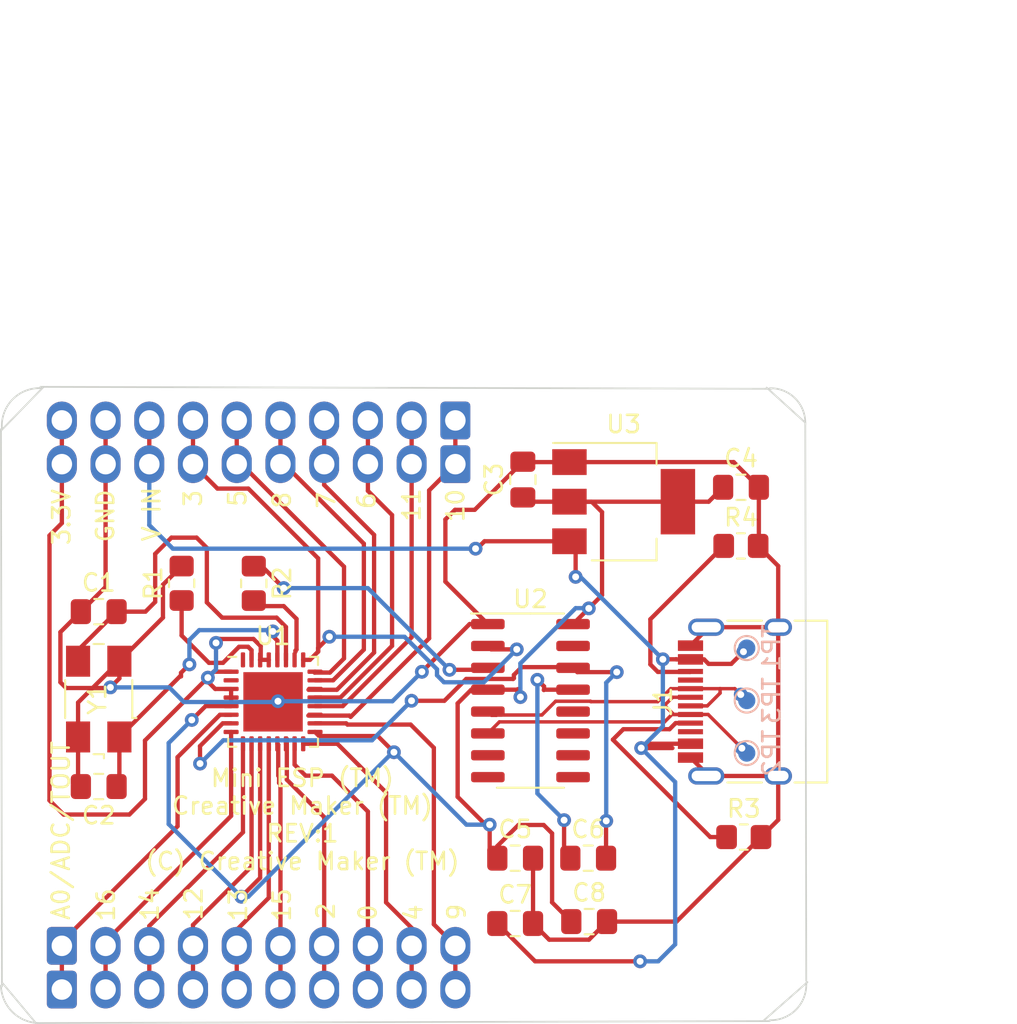
<source format=kicad_pcb>
(kicad_pcb (version 20211014) (generator pcbnew)
  (layers (0 "F.Cu" signal) (31 "B.Cu" signal) (34 "B.Paste" user) (35 "F.Paste" user) (36 "B.SilkS" user "B.Silkscreen") (37 "F.SilkS" user "F.Silkscreen") (38 "B.Mask" user) (39 "F.Mask" user) (44 "Edge.Cuts" user))
  (net 0 "")
  (net 1 "GND")
  (net 2 "Net-(C1-Pad2)")
  (net 3 "Net-(C2-Pad1)")
  (net 4 "+3.3V")
  (net 5 "Net-(C6-Pad1)")
  (net 6 "7")
  (net 7 "Net-(C7-Pad1)")
  (net 8 "Net-(J1-PadA5)")
  (net 9 "D+")
  (net 10 "D-")
  (net 12 "Net-(J1-PadB5)")
  (net 14 "6")
  (net 15 "8")
  (net 16 "9")
  (net 17 "10")
  (net 18 "12")
  (net 19 "13")
  (net 20 "14")
  (net 21 "15")
  (net 22 "16")
  (net 23 "18")
  (net 24 "19")
  (net 25 "20")
  (net 26 "21")
  (net 27 "22")
  (net 28 "23")
  (net 29 "24")
  (net 30 "25")
  (net 31 "Net-(R1-Pad1)")
  (net 32 "Net-(R2-Pad1)")
  (net 33 "26")
  (net 35 "32")
  (footprint "Capacitor_SMD:C_0805_2012Metric_Pad1.18x1.45mm_HandSolder" (layer "F.Cu") (at 144.933 97.653)
    (fp_text reference "C8")
    (fp_text value "100nf")
  )
  (footprint "Capacitor_SMD:C_0805_2012Metric_Pad1.18x1.45mm_HandSolder" (layer "F.Cu") (at 153.753 72.423)
    (fp_text reference "C4")
    (fp_text value "0.1p")
  )
  (footprint "Connector_Molex:Molex_KK-254_AE-6410-10A_1x10_P2.54mm_Vertical" (layer "F.Cu") (at 137.16 71.08 180)
    (fp_text reference "J5" hide)
    (fp_text value "Conn_01x10_Male" hide)
  )
  (footprint "Connector_USB:USB_C_Receptacle_HRO_TYPE-C-31-M-12" (layer "F.Cu") (at 154.865 84.872 90)
    (fp_text reference "J1")
    (fp_text value "USB_C_Receptacle_USB2.0")
  )
  (footprint "Capacitor_SMD:C_0805_2012Metric_Pad1.18x1.45mm_HandSolder" (layer "F.Cu") (at 144.877 93.968)
    (fp_text reference "C6")
    (fp_text value "C_Small")
  )
  (footprint "Capacitor_SMD:C_0805_2012Metric_Pad1.18x1.45mm_HandSolder" (layer "F.Cu") (at 116.442 79.647)
    (fp_text reference "C1")
    (fp_text value "10pf")
  )
  (footprint "Capacitor_SMD:C_0805_2012Metric_Pad1.18x1.45mm_HandSolder" (layer "F.Cu") (at 116.442 89.807 180)
    (fp_text reference "C2")
    (fp_text value "10pf")
  )
  (footprint "Capacitor_SMD:C_0805_2012Metric_Pad1.18x1.45mm_HandSolder" (layer "F.Cu") (at 141.081 71.974 90)
    (fp_text reference "C3")
    (fp_text value "1p")
  )
  (footprint "Resistor_SMD:R_0805_2012Metric_Pad1.20x1.40mm_HandSolder" (layer "F.Cu") (at 121.258 78 90)
    (fp_text reference "R1")
    (fp_text value "12k")
  )
  (footprint "Capacitor_SMD:C_0805_2012Metric_Pad1.18x1.45mm_HandSolder" (layer "F.Cu") (at 140.635 93.968)
    (fp_text reference "C5")
    (fp_text value "0.1p")
  )
  (footprint "Package_TO_SOT_SMD:SOT-223-3_TabPin2" (layer "F.Cu") (at 146.938 73.26)
    (fp_text reference "U3")
    (fp_text value "AZ1117-3.3")
  )
  (footprint "Resistor_SMD:R_0805_2012Metric_Pad1.20x1.40mm_HandSolder" (layer "F.Cu") (at 153.916 92.743)
    (fp_text reference "R3")
    (fp_text value "R_Small")
  )
  (footprint "Package_SO:SOIC-16_3.9x9.9mm_P1.27mm" (layer "F.Cu") (at 141.523 84.816)
    (fp_text reference "U2")
    (fp_text value "CH340C")
  )
  (footprint "Crystal:Crystal_SMD_0603-4Pin_6.0x3.5mm" (layer "F.Cu") (at 116.442 84.727 90)
    (fp_text reference "Y1")
    (fp_text value "Crystal_GND24")
  )
  (footprint "Connector_Molex:Molex_KK-254_AE-6410-10A_1x10_P2.54mm_Vertical" (layer "F.Cu") (at 114.3 99.06)
    (fp_text reference "J3" hide)
    (fp_text value "Conn_01x10_Male" hide)
  )
  (footprint "Resistor_SMD:R_0805_2012Metric_Pad1.20x1.40mm_HandSolder" (layer "F.Cu") (at 125.45 78.005 -90)
    (fp_text reference "R2")
    (fp_text value "470")
  )
  (footprint "Connector_Molex:Molex_KK-254_AE-6410-10A_1x10_P2.54mm_Vertical" (layer "F.Cu") (at 114.3 101.6)
    (fp_text reference "J2" hide)
    (fp_text value "Conn_01x10_Male" hide)
  )
  (footprint "Connector_Molex:Molex_KK-254_AE-6410-10A_1x10_P2.54mm_Vertical" (layer "F.Cu") (at 137.16 68.54 180)
    (fp_text reference "J4" hide)
    (fp_text value "Conn_01x10_Male" hide)
  )
  (footprint "Capacitor_SMD:C_0805_2012Metric_Pad1.18x1.45mm_HandSolder" (layer "F.Cu") (at 140.635 97.764)
    (fp_text reference "C7")
    (fp_text value "100nf")
  )
  (footprint "Package_DFN_QFN:QFN-32-1EP_5x5mm_P0.5mm_EP3.45x3.45mm" (layer "F.Cu") (at 126.57 84.886)
    (fp_text reference "U1")
    (fp_text value "ESP8266EX")
  )
  (footprint "Resistor_SMD:R_0805_2012Metric_Pad1.20x1.40mm_HandSolder" (layer "F.Cu") (at 153.749 75.828)
    (fp_text reference "R4")
    (fp_text value "R_Small")
  )
  (footprint "TestPoint:TestPoint_Pad_D1.0mm" (layer "B.Cu") (at 154.088 87.863 90)
    (fp_text reference "TP2")
    (fp_text value "TestPoint")
  )
  (footprint "TestPoint:TestPoint_Pad_D1.0mm" (layer "B.Cu") (at 154.088 84.813 90)
    (fp_text reference "TP3")
    (fp_text value "TestPoint")
  )
  (footprint "TestPoint:TestPoint_Pad_D1.0mm" (layer "B.Cu") (at 154.088 81.763 90)
    (fp_text reference "TP1")
    (fp_text value "TestPoint")
  )
  (gr_line (start 112.997 103.545) (end 155.423 103.433) (layer "Edge.Cuts") (width 0.1))
  (gr_line (start 155.242 66.632) (end 157.475 68.656) (layer "Edge.Cuts") (width 0.1))
  (gr_line (start 157.614 101.166) (end 155.033 103.434) (layer "Edge.Cuts") (width 0.1))
  (gr_line (start 110.862 101.236) (end 112.816 103.574) (layer "Edge.Cuts") (width 0.1))
  (gr_line (start 110.82 101.424) (end 110.764 69.046) (layer "Edge.Cuts") (width 0.1))
  (gr_line (start 113.234 66.597) (end 110.757 69.144) (layer "Edge.Cuts") (width 0.1))
  (gr_arc (start 110.820001 69.015) (mid 111.432424 67.32396) (end 113.106378 66.666269) (layer "Edge.Cuts") (width 0.1))
  (gr_arc (start 112.941 103.545) (mid 111.41858 102.892511) (end 110.764076 101.370955) (layer "Edge.Cuts") (width 0.1))
  (gr_arc (start 157.544999 101.2) (mid 156.962193 102.754579) (end 155.424391 103.380312) (layer "Edge.Cuts") (width 0.1))
  (gr_line (start 157.489 68.655) (end 157.545 101.089) (layer "Edge.Cuts") (width 0.1))
  (gr_arc (start 155.423 66.670001) (mid 156.919412 67.276987) (end 157.486831 68.788847) (layer "Edge.Cuts") (width 0.1))
  (gr_line (start 113.053 66.589) (end 155.535 66.701) (layer "Edge.Cuts") (width 0.1))
  (gr_text "13" (at 124.539 96.685 90) (layer "F.SilkS") (effects (font (size 1 1))))
  (gr_text "14" (at 119.41 96.65 90) (layer "F.SilkS") (effects (font (size 1 1))))
  (gr_text "3" (at 121.922 73.062 90) (layer "F.SilkS") (effects (font (size 1 1))))
  (gr_text "3.3V" (at 114.281 74.156 90) (layer "F.SilkS") (effects (font (size 1 1))))
  (gr_text "6" (at 132.005 73.202 90) (layer "F.SilkS") (effects (font (size 1 1))))
  (gr_text "5" (at 124.504 73.062 90) (layer "F.SilkS") (effects (font (size 1 1))))
  (gr_text "Mini ESP (TM)\nCreative Maker (TM)\nREV:1\n(C) Creative Maker (TM)" (at 128.272 91.73) (layer "F.SilkS") (effects (font (size 1 1))))
  (gr_text "8" (at 127.086 73.167 90) (layer "F.SilkS") (effects (font (size 1 1))))
  (gr_text "4" (at 134.726 97.138 90) (layer "F.SilkS") (effects (font (size 1 1))))
  (gr_text "A0/ADC/TOUT" (at 114.246 92.358 90) (layer "F.SilkS") (effects (font (size 1 1))))
  (gr_text "12" (at 121.957 96.615 90) (layer "F.SilkS") (effects (font (size 1 1))))
  (gr_text "V IN" (at 119.514 73.982 90) (layer "F.SilkS") (effects (font (size 1 1))))
  (gr_text "11" (at 134.622 73.446 90) (layer "F.SilkS") (effects (font (size 1 1))))
  (gr_text "0" (at 132.075 97.138 90) (layer "F.SilkS") (effects (font (size 1 1))))
  (gr_text "10" (at 137.169 73.481 90) (layer "F.SilkS") (effects (font (size 1 1))))
  (gr_text "15" (at 127.086 96.685 90) (layer "F.SilkS") (effects (font (size 1 1))))
  (gr_text "16" (at 116.863 96.685 90) (layer "F.SilkS") (effects (font (size 1 1))))
  (gr_text "9" (at 137.239 97.103 90) (layer "F.SilkS") (effects (font (size 1 1))))
  (gr_text "GND" (at 116.828 74.086 90) (layer "F.SilkS") (effects (font (size 1 1))))
  (gr_text "2" (at 129.633 97.033 90) (layer "F.SilkS") (effects (font (size 1 1))))
  (gr_text "7" (at 129.667 73.167 90) (layer "F.SilkS") (effects (font (size 1 1))))
  (segment (start 155.915 80.552) (end 151.735 80.552) (width 0.25) (layer "F.Cu") (net 1))
  (segment (start 155.915 76.994) (end 155.915 80.552) (width 0.25) (layer "F.Cu") (net 1))
  (segment (start 151.735 89.037) (end 150.82 88.122) (width 0.25) (layer "F.Cu") (net 1))
  (segment (start 151.735 80.552) (end 151.735 80.707) (width 0.25) (layer "F.Cu") (net 1))
  (segment (start 120.173 79.996) (end 117.642 82.527) (width 0.25) (layer "F.Cu") (net 1))
  (segment (start 135.215 83.141) (end 137.985 80.371) (width 0.25) (layer "F.Cu") (net 1))
  (segment (start 115.242 89.6445) (end 115.242 86.927) (width 0.25) (layer "F.Cu") (net 1))
  (segment (start 145.9705 97.653) (end 144.9205 98.703) (width 0.25) (layer "F.Cu") (net 1))
  (segment (start 137.985 80.371) (end 139.048 80.371) (width 0.25) (layer "F.Cu") (net 1))
  (segment (start 114.547 84.082) (end 117.086 84.082) (width 0.25) (layer "F.Cu") (net 1))
  (segment (start 115.4045 79.647) (end 114.217 80.8345) (width 0.25) (layer "F.Cu") (net 1))
  (segment (start 136.581 74.291) (end 136.581 77.904) (width 0.25) (layer "F.Cu") (net 1))
  (segment (start 116.84 78.2115) (end 116.84 71.08) (width 0.25) (layer "F.Cu") (net 1))
  (segment (start 121.258 77) (end 120.173 78.085) (width 0.25) (layer "F.Cu") (net 1))
  (segment (start 115.4045 79.647) (end 116.84 78.2115) (width 0.25) (layer "F.Cu") (net 1))
  (segment (start 115.242 84.927) (end 117.642 82.527) (width 0.25) (layer "F.Cu") (net 1))
  (segment (start 154.7905 72.423) (end 154.7905 75.7865) (width 0.25) (layer "F.Cu") (net 1))
  (segment (start 151.735 80.707) (end 150.82 81.622) (width 0.25) (layer "F.Cu") (net 1))
  (segment (start 117.086 84.082) (end 117.12 84.048) (width 0.25) (layer "F.Cu") (net 1))
  (segment (start 117.642 83.526) (end 117.642 82.527) (width 0.25) (layer "F.Cu") (net 1))
  (segment (start 151.735 89.192) (end 151.735 89.037) (width 0.25) (layer "F.Cu") (net 1))
  (segment (start 117.12 84.048) (end 117.642 83.526) (width 0.25) (layer "F.Cu") (net 1))
  (segment (start 141.6725 97.764) (end 141.6725 93.968) (width 0.25) (layer "F.Cu") (net 1))
  (segment (start 141.1045 70.96) (end 143.788 70.96) (width 0.25) (layer "F.Cu") (net 1))
  (segment (start 141.081 70.9365) (end 138.2845 73.733) (width 0.25) (layer "F.Cu") (net 1))
  (segment (start 153.3275 70.96) (end 154.7905 72.423) (width 0.25) (layer "F.Cu") (net 1))
  (segment (start 154.7905 75.7865) (end 154.749 75.828) (width 0.25) (layer "F.Cu") (net 1))
  (segment (start 143.788 70.96) (end 153.3275 70.96) (width 0.25) (layer "F.Cu") (net 1))
  (segment (start 114.217 80.8345) (end 114.217 83.752) (width 0.25) (layer "F.Cu") (net 1))
  (segment (start 155.915 80.552) (end 155.915 89.192) (width 0.25) (layer "F.Cu") (net 1))
  (segment (start 154.916 92.743) (end 155.915 91.744) (width 0.25) (layer "F.Cu") (net 1))
  (segment (start 155.915 89.192) (end 151.735 89.192) (width 0.25) (layer "F.Cu") (net 1))
  (segment (start 141.081 70.9365) (end 141.1045 70.96) (width 0.25) (layer "F.Cu") (net 1))
  (segment (start 144.9205 98.703) (end 142.6115 98.703) (width 0.25) (layer "F.Cu") (net 1))
  (segment (start 114.217 83.752) (end 114.547 84.082) (width 0.25) (layer "F.Cu") (net 1))
  (segment (start 142.6115 98.703) (end 141.6725 97.764) (width 0.25) (layer "F.Cu") (net 1))
  (segment (start 136.581 77.904) (end 139.048 80.371) (width 0.25) (layer "F.Cu") (net 1))
  (segment (start 155.915 91.744) (end 155.915 89.192) (width 0.25) (layer "F.Cu") (net 1))
  (segment (start 115.4045 89.807) (end 115.242 89.6445) (width 0.25) (layer "F.Cu") (net 1))
  (segment (start 120.173 78.085) (end 120.173 79.996) (width 0.25) (layer "F.Cu") (net 1))
  (segment (start 137.139 73.733) (end 136.581 74.291) (width 0.25) (layer "F.Cu") (net 1))
  (segment (start 150.006 97.653) (end 154.916 92.743) (width 0.25) (layer "F.Cu") (net 1))
  (segment (start 138.2845 73.733) (end 137.139 73.733) (width 0.25) (layer "F.Cu") (net 1))
  (segment (start 154.749 75.828) (end 155.915 76.994) (width 0.25) (layer "F.Cu") (net 1))
  (segment (start 115.242 86.927) (end 115.242 84.927) (width 0.25) (layer "F.Cu") (net 1))
  (segment (start 116.84 71.08) (end 116.84 68.54) (width 0.25) (layer "F.Cu") (net 1))
  (segment (start 145.9705 97.653) (end 150.006 97.653) (width 0.25) (layer "F.Cu") (net 1))
  (via (at 135.215 83.141) (size 0.8) (drill 0.4) (layers "F.Cu" "B.Cu") (net 1))
  (via (at 126.855 84.851) (size 0.8) (drill 0.4) (layers "F.Cu" "B.Cu") (net 1))
  (via (at 117.12 84.048) (size 0.8) (drill 0.4) (layers "F.Cu" "B.Cu") (net 1))
  (segment (start 133.505 84.851) (end 126.855 84.851) (width 0.25) (layer "B.Cu") (net 1))
  (segment (start 121.388 84.898) (end 126.808 84.898) (width 0.25) (layer "B.Cu") (net 1))
  (segment (start 117.12 84.048) (end 120.538 84.048) (width 0.25) (layer "B.Cu") (net 1))
  (segment (start 135.215 83.141) (end 133.505 84.851) (width 0.25) (layer "B.Cu") (net 1))
  (segment (start 126.808 84.898) (end 126.855 84.851) (width 0.25) (layer "B.Cu") (net 1))
  (segment (start 120.538 84.048) (end 121.388 84.898) (width 0.25) (layer "B.Cu") (net 1))
  (segment (start 119.723 76.291) (end 119.723 79.082) (width 0.25) (layer "F.Cu") (net 2))
  (segment (start 126.778 79.997) (end 123.611396 79.997) (width 0.25) (layer "F.Cu") (net 2))
  (segment (start 122.13 75.349) (end 120.665 75.349) (width 0.25) (layer "F.Cu") (net 2))
  (segment (start 123.611396 79.997) (end 122.723 79.108604) (width 0.25) (layer "F.Cu") (net 2))
  (segment (start 119.723 79.082) (end 119.158 79.647) (width 0.25) (layer "F.Cu") (net 2))
  (segment (start 127.32 80.539) (end 126.778 79.997) (width 0.25) (layer "F.Cu") (net 2))
  (segment (start 127.32 82.4485) (end 127.32 80.539) (width 0.25) (layer "F.Cu") (net 2))
  (segment (start 119.158 79.647) (end 117.4795 79.647) (width 0.25) (layer "F.Cu") (net 2))
  (segment (start 115.242 81.8845) (end 115.242 82.527) (width 0.25) (layer "F.Cu") (net 2))
  (segment (start 122.723 75.942) (end 122.13 75.349) (width 0.25) (layer "F.Cu") (net 2))
  (segment (start 122.723 79.108604) (end 122.723 75.942) (width 0.25) (layer "F.Cu") (net 2))
  (segment (start 117.4795 79.647) (end 115.242 81.8845) (width 0.25) (layer "F.Cu") (net 2))
  (segment (start 120.665 75.349) (end 119.723 76.291) (width 0.25) (layer "F.Cu") (net 2))
  (segment (start 126.82 81.329) (end 126.82 82.4485) (width 0.25) (layer "F.Cu") (net 3))
  (segment (start 121.223 83.199) (end 121.712 82.71) (width 0.25) (layer "F.Cu") (net 3))
  (segment (start 126.55245 80.79605) (end 126.55245 81.06145) (width 0.25) (layer "F.Cu") (net 3))
  (segment (start 117.642 89.6445) (end 117.642 86.927) (width 0.25) (layer "F.Cu") (net 3))
  (segment (start 117.642 86.927) (end 121.161 83.408) (width 0.25) (layer "F.Cu") (net 3))
  (segment (start 121.223 83.408) (end 121.223 83.199) (width 0.25) (layer "F.Cu") (net 3))
  (segment (start 117.4795 89.807) (end 117.642 89.6445) (width 0.25) (layer "F.Cu") (net 3))
  (segment (start 121.161 83.408) (end 121.223 83.408) (width 0.25) (layer "F.Cu") (net 3))
  (segment (start 126.55245 81.06145) (end 126.82 81.329) (width 0.25) (layer "F.Cu") (net 3))
  (via (at 121.712 82.71) (size 0.8) (drill 0.4) (layers "F.Cu" "B.Cu") (net 3))
  (via (at 126.55245 80.79605) (size 0.8) (drill 0.4) (layers "F.Cu" "B.Cu") (net 3))
  (segment (start 122.28 80.722) (end 121.712 81.29) (width 0.25) (layer "B.Cu") (net 3))
  (segment (start 121.712 81.29) (end 121.712 82.71) (width 0.25) (layer "B.Cu") (net 3))
  (segment (start 126.4784 80.722) (end 122.28 80.722) (width 0.25) (layer "B.Cu") (net 3))
  (segment (start 126.55245 80.79605) (end 126.4784 80.722) (width 0.25) (layer "B.Cu") (net 3))
  (segment (start 113.582 75.225) (end 114.3 74.507) (width 0.25) (layer "F.Cu") (net 4))
  (segment (start 142.781 96.5385) (end 142.781 92.531) (width 0.25) (layer "F.Cu") (net 4))
  (segment (start 142.781 92.531) (end 142.288 92.038) (width 0.25) (layer "F.Cu") (net 4))
  (segment (start 137.293 84.975) (end 138.087 84.181) (width 0.25) (layer "F.Cu") (net 4))
  (segment (start 118.223 91.433) (end 114.403 91.433) (width 0.25) (layer "F.Cu") (net 4))
  (segment (start 124.1325 85.136) (end 122.648 85.136) (width 0.25) (layer "F.Cu") (net 4))
  (segment (start 139.5975 93.2675) (end 139.5975 93.968) (width 0.25) (layer "F.Cu") (net 4))
  (segment (start 125.854 81.656) (end 125.434 81.236) (width 0.25) (layer "F.Cu") (net 4))
  (segment (start 139.153 93.5235) (end 139.5975 93.968) (width 0.25) (layer "F.Cu") (net 4))
  (segment (start 140.763 84.181) (end 140.763 84.434) (width 0.25) (layer "F.Cu") (net 4))
  (segment (start 140.827 92.038) (end 139.5975 93.2675) (width 0.25) (layer "F.Cu") (net 4))
  (segment (start 119.13 87.133) (end 119.13 90.526) (width 0.25) (layer "F.Cu") (net 4))
  (segment (start 138.908 92.021) (end 137.293 90.406) (width 0.25) (layer "F.Cu") (net 4))
  (segment (start 139.048 84.181) (end 140.763 84.181) (width 0.25) (layer "F.Cu") (net 4))
  (segment (start 123.209 84.136) (end 124.1325 84.136) (width 0.25) (layer "F.Cu") (net 4))
  (segment (start 123.127 83.136) (end 119.13 87.133) (width 0.25) (layer "F.Cu") (net 4))
  (segment (start 139.153 92.021) (end 138.908 92.021) (width 0.25) (layer "F.Cu") (net 4))
  (segment (start 125.82 82.4485) (end 126.32 82.4485) (width 0.25) (layer "F.Cu") (net 4))
  (segment (start 143.788 73.26) (end 141.3295 73.26) (width 0.25) (layer "F.Cu") (net 4))
  (segment (start 141.3295 73.26) (end 141.081 73.0115) (width 0.25) (layer "F.Cu") (net 4))
  (segment (start 124.1325 83.136) (end 123.127 83.136) (width 0.25) (layer "F.Cu") (net 4))
  (segment (start 145.681 73.865) (end 145.076 73.26) (width 0.25) (layer "F.Cu") (net 4))
  (segment (start 137.293 90.406) (end 137.293 84.975) (width 0.25) (layer "F.Cu") (net 4))
  (segment (start 122.648 85.136) (end 121.847 85.937) (width 0.25) (layer "F.Cu") (net 4))
  (segment (start 140.763 84.434) (end 140.9375 84.6085) (width 0.25) (layer "F.Cu") (net 4))
  (segment (start 125.434 81.236) (end 123.483 81.236) (width 0.25) (layer "F.Cu") (net 4))
  (segment (start 150.088 73.26) (end 151.8785 73.26) (width 0.25) (layer "F.Cu") (net 4))
  (segment (start 125.854 82.4145) (end 125.854 81.656) (width 0.25) (layer "F.Cu") (net 4))
  (segment (start 129.245 86.8735) (end 129.0075 86.636) (width 0.25) (layer "F.Cu") (net 4))
  (segment (start 143.998 80.371) (end 144.911 79.458) (width 0.25) (layer "F.Cu") (net 4))
  (segment (start 150.088 73.26) (end 143.788 73.26) (width 0.25) (layer "F.Cu") (net 4))
  (segment (start 133.592 87.813) (end 132.6525 86.8735) (width 0.25) (layer "F.Cu") (net 4))
  (segment (start 144.911 79.458) (end 145.681 78.688) (width 0.25) (layer "F.Cu") (net 4))
  (segment (start 139.153 92.021) (end 139.153 93.5235) (width 0.25) (layer "F.Cu") (net 4))
  (segment (start 123.127 83.136) (end 122.7825 83.4805) (width 0.25) (layer "F.Cu") (net 4))
  (segment (start 124.724 96.208) (end 125.82 95.112) (width 0.25) (layer "F.Cu") (net 4))
  (segment (start 119.13 90.526) (end 118.223 91.433) (width 0.25) (layer "F.Cu") (net 4))
  (segment (start 124.1325 84.136) (end 124.1325 85.136) (width 0.25) (layer "F.Cu") (net 4))
  (segment (start 113.582 90.612) (end 113.582 75.225) (width 0.25) (layer "F.Cu") (net 4))
  (segment (start 114.3 74.507) (end 114.3 71.08) (width 0.25) (layer "F.Cu") (net 4))
  (segment (start 123.483 81.236) (end 123.256 81.463) (width 0.25) (layer "F.Cu") (net 4))
  (segment (start 125.82 95.112) (end 125.82 87.3235) (width 0.25) (layer "F.Cu") (net 4))
  (segment (start 114.3 71.08) (end 114.3 68.54) (width 0.25) (layer "F.Cu") (net 4))
  (segment (start 145.681 78.688) (end 145.681 73.865) (width 0.25) (layer "F.Cu") (net 4))
  (segment (start 132.6525 86.8735) (end 129.245 86.8735) (width 0.25) (layer "F.Cu") (net 4))
  (segment (start 138.087 84.181) (end 139.048 84.181) (width 0.25) (layer "F.Cu") (net 4))
  (segment (start 125.82 82.4485) (end 125.854 82.4145) (width 0.25) (layer "F.Cu") (net 4))
  (segment (start 151.8785 73.26) (end 152.7155 72.423) (width 0.25) (layer "F.Cu") (net 4))
  (segment (start 122.668 83.595) (end 123.209 84.136) (width 0.25) (layer "F.Cu") (net 4))
  (segment (start 122.7825 83.4805) (end 122.668 83.595) (width 0.25) (layer "F.Cu") (net 4))
  (segment (start 114.403 91.433) (end 113.582 90.612) (width 0.25) (layer "F.Cu") (net 4))
  (segment (start 140.9375 84.6085) (end 140.991 84.662) (width 0.25) (layer "F.Cu") (net 4))
  (segment (start 140.763 84.181) (end 140.797 84.147) (width 0.25) (layer "F.Cu") (net 4))
  (segment (start 145.076 73.26) (end 143.788 73.26) (width 0.25) (layer "F.Cu") (net 4))
  (segment (start 142.288 92.038) (end 140.827 92.038) (width 0.25) (layer "F.Cu") (net 4))
  (segment (start 143.8955 97.653) (end 142.781 96.5385) (width 0.25) (layer "F.Cu") (net 4))
  (via (at 140.9375 84.6085) (size 0.8) (drill 0.4) (layers "F.Cu" "B.Cu") (net 4))
  (via (at 122.7825 83.4805) (size 0.8) (drill 0.4) (layers "F.Cu" "B.Cu") (net 4))
  (via (at 121.847 85.937) (size 0.8) (drill 0.4) (layers "F.Cu" "B.Cu") (net 4))
  (via (at 139.153 92.021) (size 0.8) (drill 0.4) (layers "F.Cu" "B.Cu") (net 4))
  (via (at 123.256 81.463) (size 0.8) (drill 0.4) (layers "F.Cu" "B.Cu") (net 4))
  (via (at 133.592 87.813) (size 0.8) (drill 0.4) (layers "F.Cu" "B.Cu") (net 4))
  (via (at 144.911 79.458) (size 0.8) (drill 0.4) (layers "F.Cu" "B.Cu") (net 4))
  (via (at 124.724 96.208) (size 0.8) (drill 0.4) (layers "F.Cu" "B.Cu") (net 4))
  (segment (start 124.724 96.208) (end 125.133 96.208) (width 0.25) (layer "B.Cu") (net 4))
  (segment (start 137.8 92.021) (end 139.153 92.021) (width 0.25) (layer "B.Cu") (net 4))
  (segment (start 144.145305 79.445) (end 144.769 79.445) (width 0.25) (layer "B.Cu") (net 4))
  (segment (start 140.9375 82.652805) (end 144.145305 79.445) (width 0.25) (layer "B.Cu") (net 4))
  (segment (start 133.592 87.813) (end 137.8 92.021) (width 0.25) (layer "B.Cu") (net 4))
  (segment (start 121.847 85.937) (end 120.507 87.277) (width 0.25) (layer "B.Cu") (net 4))
  (segment (start 125.133 96.208) (end 133.528 87.813) (width 0.25) (layer "B.Cu") (net 4))
  (segment (start 123.256 83.008) (end 122.826 83.438) (width 0.25) (layer "B.Cu") (net 4))
  (segment (start 120.507 87.277) (end 120.507 91.991) (width 0.25) (layer "B.Cu") (net 4))
  (segment (start 133.528 87.813) (end 133.592 87.813) (width 0.25) (layer "B.Cu") (net 4))
  (segment (start 140.9375 84.6085) (end 140.9375 82.652805) (width 0.25) (layer "B.Cu") (net 4))
  (segment (start 123.256 81.463) (end 123.256 83.008) (width 0.25) (layer "B.Cu") (net 4))
  (segment (start 120.507 91.991) (end 124.724 96.208) (width 0.25) (layer "B.Cu") (net 4))
  (segment (start 142.317 83.997) (end 141.9255 83.6055) (width 0.25) (layer "F.Cu") (net 5))
  (segment (start 142.317 84.181) (end 142.296 84.202) (width 0.25) (layer "F.Cu") (net 5))
  (segment (start 143.998 84.181) (end 142.317 84.181) (width 0.25) (layer "F.Cu") (net 5))
  (segment (start 142.317 84.181) (end 142.317 83.997) (width 0.25) (layer "F.Cu") (net 5))
  (segment (start 143.477 93.6055) (end 143.8395 93.968) (width 0.25) (layer "F.Cu") (net 5))
  (segment (start 141.9255 83.6055) (end 141.91 83.59) (width 0.25) (layer "F.Cu") (net 5))
  (segment (start 143.477 91.759) (end 143.477 93.6055) (width 0.25) (layer "F.Cu") (net 5))
  (via (at 141.9255 83.6055) (size 0.8) (drill 0.4) (layers "F.Cu" "B.Cu") (net 5))
  (via (at 143.477 91.759) (size 0.8) (drill 0.4) (layers "F.Cu" "B.Cu") (net 5))
  (segment (start 141.9255 90.2075) (end 143.477 91.759) (width 0.25) (layer "B.Cu") (net 5))
  (segment (start 141.9255 83.6055) (end 141.9255 90.2075) (width 0.25) (layer "B.Cu") (net 5))
  (segment (start 145.9145 91.8125) (end 145.925 91.802) (width 0.25) (layer "F.Cu") (net 6))
  (segment (start 136.804 84.545) (end 136.525 84.824) (width 0.25) (layer "F.Cu") (net 6))
  (segment (start 136.525 84.824) (end 134.614 84.824) (width 0.25) (layer "F.Cu") (net 6))
  (segment (start 145.9145 93.968) (end 145.9145 91.8125) (width 0.25) (layer "F.Cu") (net 6))
  (segment (start 146.5365 83.1605) (end 144.2475 83.1605) (width 0.25) (layer "F.Cu") (net 6))
  (segment (start 140.52 83.556) (end 137.793 83.556) (width 0.25) (layer "F.Cu") (net 6))
  (segment (start 123.646992 86.136) (end 122.3275 87.455492) (width 0.25) (layer "F.Cu") (net 6))
  (segment (start 124.1325 86.136) (end 123.646992 86.136) (width 0.25) (layer "F.Cu") (net 6))
  (segment (start 140.561 83.515) (end 140.52 83.556) (width 0.25) (layer "F.Cu") (net 6))
  (segment (start 143.998 82.911) (end 143.958 82.871) (width 0.25) (layer "F.Cu") (net 6))
  (segment (start 137.793 83.556) (end 136.804 84.545) (width 0.25) (layer "F.Cu") (net 6))
  (segment (start 141.012 82.871) (end 140.561 83.322) (width 0.25) (layer "F.Cu") (net 6))
  (segment (start 140.561 83.322) (end 140.561 83.515) (width 0.25) (layer "F.Cu") (net 6))
  (segment (start 143.958 82.871) (end 141.012 82.871) (width 0.25) (layer "F.Cu") (net 6))
  (segment (start 144.2475 83.1605) (end 143.998 82.911) (width 0.25) (layer "F.Cu") (net 6))
  (segment (start 122.3275 87.455492) (end 122.3275 88.474) (width 0.25) (layer "F.Cu") (net 6))
  (via (at 145.925 91.802) (size 0.8) (drill 0.4) (layers "F.Cu" "B.Cu") (net 6))
  (via (at 134.614 84.824) (size 0.8) (drill 0.4) (layers "F.Cu" "B.Cu") (net 6))
  (via (at 122.3275 88.474) (size 0.8) (drill 0.4) (layers "F.Cu" "B.Cu") (net 6))
  (via (at 146.5365 83.1605) (size 0.8) (drill 0.4) (layers "F.Cu" "B.Cu") (net 6))
  (segment (start 132.316 87.122) (end 134.614 84.824) (width 0.25) (layer "B.Cu") (net 6))
  (segment (start 122.3275 88.474) (end 123.6795 87.122) (width 0.25) (layer "B.Cu") (net 6))
  (segment (start 145.925 83.772) (end 146.5365 83.1605) (width 0.25) (layer "B.Cu") (net 6))
  (segment (start 123.6795 87.122) (end 132.316 87.122) (width 0.25) (layer "B.Cu") (net 6))
  (segment (start 145.925 91.802) (end 145.925 83.772) (width 0.25) (layer "B.Cu") (net 6))
  (segment (start 146.5365 83.1605) (end 146.633 83.064) (width 0.25) (layer "B.Cu") (net 6))
  (segment (start 150.82 82.422) (end 149.995 82.422) (width 0.25) (layer "F.Cu") (net 7))
  (segment (start 141.7935 99.96) (end 147.891 99.96) (width 0.25) (layer "F.Cu") (net 7))
  (segment (start 148.206 87.322) (end 147.956 87.572) (width 0.25) (layer "F.Cu") (net 7))
  (segment (start 151.87 82.682001) (end 151.609999 82.422) (width 0.25) (layer "F.Cu") (net 7))
  (segment (start 151.609999 82.422) (end 150.82 82.422) (width 0.25) (layer "F.Cu") (net 7))
  (segment (start 149.988 82.415) (end 149.214 82.415) (width 0.25) (layer "F.Cu") (net 7))
  (segment (start 119.38 71.08) (end 119.38 68.54) (width 0.25) (layer "F.Cu") (net 7))
  (segment (start 150.82 87.322) (end 148.206 87.322) (width 0.25) (layer "F.Cu") (net 7))
  (segment (start 153.895502 81.975502) (end 153.189002 82.682001) (width 0.25) (layer "F.Cu") (net 7))
  (segment (start 144.147 77.627) (end 144.147 75.919) (width 0.25) (layer "F.Cu") (net 7))
  (segment (start 143.788 75.56) (end 138.849 75.56) (width 0.25) (layer "F.Cu") (net 7))
  (segment (start 138.849 75.56) (end 138.436 75.973) (width 0.25) (layer "F.Cu") (net 7))
  (segment (start 147.956 87.572) (end 149.77 87.572) (width 0.25) (layer "F.Cu") (net 7))
  (segment (start 154.088 81.783003) (end 153.895502 81.975502) (width 0.25) (layer "F.Cu") (net 7))
  (segment (start 153.189002 82.682001) (end 151.87 82.682001) (width 0.25) (layer "F.Cu") (net 7))
  (segment (start 154.088 81.763) (end 154.088 81.783003) (width 0.25) (layer "F.Cu") (net 7))
  (segment (start 149.995 82.422) (end 149.988 82.415) (width 0.25) (layer "F.Cu") (net 7))
  (segment (start 144.147 75.919) (end 143.788 75.56) (width 0.25) (layer "F.Cu") (net 7))
  (segment (start 139.5975 97.764) (end 141.7935 99.96) (width 0.25) (layer "F.Cu") (net 7))
  (via (at 138.334 75.989) (size 0.8) (drill 0.4) (layers "F.Cu" "B.Cu") (net 7))
  (via (at 153.895502 81.975502) (size 0.8) (drill 0.4) (layers "F.Cu" "B.Cu") (net 7))
  (via (at 149.214 82.415) (size 0.8) (drill 0.4) (layers "F.Cu" "B.Cu") (net 7))
  (via (at 144.147 77.627) (size 0.8) (drill 0.4) (layers "F.Cu" "B.Cu") (net 7))
  (via (at 147.956 87.572) (size 0.8) (drill 0.4) (layers "F.Cu" "B.Cu") (net 7))
  (via (at 147.891 99.96) (size 0.8) (drill 0.4) (layers "F.Cu" "B.Cu") (net 7))
  (segment (start 147.891 99.96) (end 148.944 99.96) (width 0.25) (layer "B.Cu") (net 7))
  (segment (start 119.38 71.08) (end 119.38 74.619) (width 0.25) (layer "B.Cu") (net 7))
  (segment (start 149.214 86.314) (end 149.214 82.415) (width 0.25) (layer "B.Cu") (net 7))
  (segment (start 149.931 89.547) (end 147.956 87.572) (width 0.25) (layer "B.Cu") (net 7))
  (segment (start 144.426 77.627) (end 144.147 77.627) (width 0.25) (layer "B.Cu") (net 7))
  (segment (start 147.956 87.572) (end 149.214 86.314) (width 0.25) (layer "B.Cu") (net 7))
  (segment (start 120.61 75.849) (end 120.75 75.989) (width 0.25) (layer "B.Cu") (net 7))
  (segment (start 148.944 99.96) (end 149.931 98.973) (width 0.25) (layer "B.Cu") (net 7))
  (segment (start 119.38 74.619) (end 120.61 75.849) (width 0.25) (layer "B.Cu") (net 7))
  (segment (start 120.75 75.989) (end 138.334 75.989) (width 0.25) (layer "B.Cu") (net 7))
  (segment (start 149.214 82.415) (end 144.426 77.627) (width 0.25) (layer "B.Cu") (net 7))
  (segment (start 149.931 98.973) (end 149.931 89.547) (width 0.25) (layer "B.Cu") (net 7))
  (segment (start 146.918 86.476) (end 149.602 86.476) (width 0.25) (layer "F.Cu") (net 8))
  (segment (start 149.956 86.122) (end 150.82 86.122) (width 0.25) (layer "F.Cu") (net 8))
  (segment (start 146.311 87.083) (end 146.918 86.476) (width 0.25) (layer "F.Cu") (net 8))
  (segment (start 151.971 92.743) (end 146.311 87.083) (width 0.25) (layer "F.Cu") (net 8))
  (segment (start 152.916 92.743) (end 151.971 92.743) (width 0.25) (layer "F.Cu") (net 8))
  (segment (start 149.602 86.476) (end 149.956 86.122) (width 0.25) (layer "F.Cu") (net 8))
  (segment (start 153.7385 84.4635) (end 153.397 84.122) (width 0.2) (layer "F.Cu") (net 9))
  (segment (start 142.986604 84.851) (end 145.009396 84.851) (width 0.2) (layer "F.Cu") (net 9))
  (segment (start 152.539 84.122) (end 150.82 84.122) (width 0.2) (layer "F.Cu") (net 9))
  (segment (start 150.82 85.122) (end 151.795 85.122) (width 0.2) (layer "F.Cu") (net 9))
  (segment (start 139.552315 85.651) (end 142.186604 85.651) (width 0.2) (layer "F.Cu") (net 9))
  (segment (start 139.532314 85.671) (end 139.552315 85.651) (width 0.2) (layer "F.Cu") (net 9))
  (segment (start 153.397 84.122) (end 152.539 84.122) (width 0.2) (layer "F.Cu") (net 9))
  (segment (start 139.268 85.671) (end 139.532314 85.671) (width 0.2) (layer "F.Cu") (net 9))
  (segment (start 154.088 84.813) (end 153.7385 84.4635) (width 0.2) (layer "F.Cu") (net 9))
  (segment (start 145.009396 84.851) (end 145.035396 84.877) (width 0.2) (layer "F.Cu") (net 9))
  (segment (start 139.048 85.451) (end 139.268 85.671) (width 0.2) (layer "F.Cu") (net 9))
  (segment (start 152.539 84.378) (end 152.539 84.122) (width 0.2) (layer "F.Cu") (net 9))
  (segment (start 148.915 84.877) (end 149.67 84.122) (width 0.2) (layer "F.Cu") (net 9))
  (segment (start 142.186604 85.651) (end 142.986604 84.851) (width 0.2) (layer "F.Cu") (net 9))
  (segment (start 151.795 85.122) (end 152.539 84.378) (width 0.2) (layer "F.Cu") (net 9))
  (segment (start 145.035396 84.877) (end 148.915 84.877) (width 0.2) (layer "F.Cu") (net 9))
  (segment (start 149.67 84.122) (end 150.82 84.122) (width 0.2) (layer "F.Cu") (net 9))
  (via (at 153.7385 84.4635) (size 0.8) (drill 0.4) (layers "F.Cu" "B.Cu") (net 9))
  (segment (start 149.321 85.098) (end 149.321 85.081) (width 0.2) (layer "F.Cu") (net 10))
  (segment (start 153.8045 87.5795) (end 151.847 85.622) (width 0.2) (layer "F.Cu") (net 10))
  (segment (start 154.088 87.863) (end 153.8045 87.5795) (width 0.2) (layer "F.Cu") (net 10))
  (segment (start 139.048 86.721) (end 139.718 86.051) (width 0.2) (layer "F.Cu") (net 10))
  (segment (start 149.311 86.051) (end 149.74 85.622) (width 0.2) (layer "F.Cu") (net 10))
  (segment (start 150.82 85.622) (end 149.845 85.622) (width 0.2) (layer "F.Cu") (net 10))
  (segment (start 149.74 85.622) (end 150.82 85.622) (width 0.2) (layer "F.Cu") (net 10))
  (segment (start 149.321 85.081) (end 149.78 84.622) (width 0.2) (layer "F.Cu") (net 10))
  (segment (start 151.847 85.622) (end 150.82 85.622) (width 0.2) (layer "F.Cu") (net 10))
  (segment (start 139.718 86.051) (end 149.311 86.051) (width 0.2) (layer "F.Cu") (net 10))
  (segment (start 149.845 85.622) (end 149.321 85.098) (width 0.2) (layer "F.Cu") (net 10))
  (segment (start 149.78 84.622) (end 150.82 84.622) (width 0.2) (layer "F.Cu") (net 10))
  (via (at 153.8045 87.5795) (size 0.8) (drill 0.4) (layers "F.Cu" "B.Cu") (net 10))
  (segment (start 148.920695 83.147) (end 150.795 83.147) (width 0.25) (layer "F.Cu") (net 12))
  (segment (start 148.489 82.715305) (end 148.920695 83.147) (width 0.25) (layer "F.Cu") (net 12))
  (segment (start 150.795 83.147) (end 150.82 83.122) (width 0.25) (layer "F.Cu") (net 12))
  (segment (start 152.749 75.828) (end 148.489 80.088) (width 0.25) (layer "F.Cu") (net 12))
  (segment (start 148.489 80.088) (end 148.489 82.715305) (width 0.25) (layer "F.Cu") (net 12))
  (segment (start 114.3 99.06) (end 114.3 101.6) (width 0.25) (layer "F.Cu") (net 14))
  (segment (start 114.3 98.835) (end 121.023 92.112) (width 0.25) (layer "F.Cu") (net 14))
  (segment (start 114.3 99.06) (end 114.3 98.835) (width 0.25) (layer "F.Cu") (net 14))
  (segment (start 121.023 92.112) (end 121.023 88.099) (width 0.25) (layer "F.Cu") (net 14))
  (segment (start 123.486 85.636) (end 124.1325 85.636) (width 0.25) (layer "F.Cu") (net 14))
  (segment (start 121.023 88.099) (end 123.486 85.636) (width 0.25) (layer "F.Cu") (net 14))
  (segment (start 116.84 99.06) (end 116.84 101.6) (width 0.25) (layer "F.Cu") (net 15))
  (segment (start 124.1325 86.636) (end 124.1325 91.5145) (width 0.25) (layer "F.Cu") (net 15))
  (segment (start 116.84 98.807) (end 116.84 99.06) (width 0.25) (layer "F.Cu") (net 15))
  (segment (start 124.1325 91.5145) (end 116.84 98.807) (width 0.25) (layer "F.Cu") (net 15))
  (segment (start 119.38 97.906) (end 119.38 99.06) (width 0.25) (layer "F.Cu") (net 16))
  (segment (start 124.82 92.466) (end 119.38 97.906) (width 0.25) (layer "F.Cu") (net 16))
  (segment (start 119.38 99.06) (end 119.38 101.6) (width 0.25) (layer "F.Cu") (net 16))
  (segment (start 124.82 87.3235) (end 124.82 92.466) (width 0.25) (layer "F.Cu") (net 16))
  (segment (start 121.92 99.06) (end 121.92 101.6) (width 0.25) (layer "F.Cu") (net 17))
  (segment (start 121.92 99.06) (end 121.92 97.844) (width 0.25) (layer "F.Cu") (net 17))
  (segment (start 121.92 97.844) (end 125.32 94.444) (width 0.25) (layer "F.Cu") (net 17))
  (segment (start 125.32 94.444) (end 125.32 87.3235) (width 0.25) (layer "F.Cu") (net 17))
  (segment (start 126.32 96.27) (end 126.32 87.3235) (width 0.25) (layer "F.Cu") (net 18))
  (segment (start 124.46 99.06) (end 124.46 101.6) (width 0.25) (layer "F.Cu") (net 18))
  (segment (start 124.46 99.06) (end 124.46 98.13) (width 0.25) (layer "F.Cu") (net 18))
  (segment (start 124.46 98.13) (end 126.32 96.27) (width 0.25) (layer "F.Cu") (net 18))
  (segment (start 127 89.677396) (end 126.92 89.597396) (width 0.25) (layer "F.Cu") (net 19))
  (segment (start 127 99.06) (end 127 101.6) (width 0.25) (layer "F.Cu") (net 19))
  (segment (start 127 99.06) (end 127 89.677396) (width 0.25) (layer "F.Cu") (net 19))
  (segment (start 126.92 89.224604) (end 126.87 89.174604) (width 0.25) (layer "F.Cu") (net 19))
  (segment (start 126.87 87.3735) (end 126.82 87.3235) (width 0.25) (layer "F.Cu") (net 19))
  (segment (start 126.92 89.597396) (end 126.92 89.224604) (width 0.25) (layer "F.Cu") (net 19))
  (segment (start 126.87 89.174604) (end 126.87 87.3735) (width 0.25) (layer "F.Cu") (net 19))
  (segment (start 127.32 87.097) (end 127.32 87.3235) (width 0.25) (layer "F.Cu") (net 20))
  (segment (start 129.54 99.06) (end 129.54 101.6) (width 0.25) (layer "F.Cu") (net 20))
  (segment (start 129.54 91.581) (end 127.37 89.411) (width 0.25) (layer "F.Cu") (net 20))
  (segment (start 127.37 87.047) (end 127.32 87.097) (width 0.25) (layer "F.Cu") (net 20))
  (segment (start 129.54 99.06) (end 129.54 91.581) (width 0.25) (layer "F.Cu") (net 20))
  (segment (start 127.37 89.411) (end 127.37 87.047) (width 0.25) (layer "F.Cu") (net 20))
  (segment (start 132.08 91.261) (end 132.08 99.06) (width 0.25) (layer "F.Cu") (net 21))
  (segment (start 129.995 89.176) (end 132.08 91.261) (width 0.25) (layer "F.Cu") (net 21))
  (segment (start 127.82 87.3235) (end 127.82 88.536) (width 0.25) (layer "F.Cu") (net 21))
  (segment (start 127.82 88.536) (end 128.46 89.176) (width 0.25) (layer "F.Cu") (net 21))
  (segment (start 132.08 99.06) (end 132.08 101.6) (width 0.25) (layer "F.Cu") (net 21))
  (segment (start 128.46 89.176) (end 129.995 89.176) (width 0.25) (layer "F.Cu") (net 21))
  (segment (start 134.62 98.022) (end 133.135 96.537) (width 0.25) (layer "F.Cu") (net 22))
  (segment (start 133.135 90.152) (end 130.3065 87.3235) (width 0.25) (layer "F.Cu") (net 22))
  (segment (start 134.62 99.06) (end 134.62 101.6) (width 0.25) (layer "F.Cu") (net 22))
  (segment (start 133.135 96.537) (end 133.135 90.152) (width 0.25) (layer "F.Cu") (net 22))
  (segment (start 134.62 99.06) (end 134.62 98.022) (width 0.25) (layer "F.Cu") (net 22))
  (segment (start 130.3065 87.3235) (end 128.32 87.3235) (width 0.25) (layer "F.Cu") (net 22))
  (segment (start 137.16 99.06) (end 135.911 97.811) (width 0.25) (layer "F.Cu") (net 23))
  (segment (start 134.563 86.208) (end 130.890604 86.208) (width 0.25) (layer "F.Cu") (net 23))
  (segment (start 130.890604 86.208) (end 130.818604 86.136) (width 0.25) (layer "F.Cu") (net 23))
  (segment (start 130.818604 86.136) (end 129.0075 86.136) (width 0.25) (layer "F.Cu") (net 23))
  (segment (start 135.911 87.556) (end 134.563 86.208) (width 0.25) (layer "F.Cu") (net 23))
  (segment (start 135.911 97.811) (end 135.911 87.556) (width 0.25) (layer "F.Cu") (net 23))
  (segment (start 137.16 99.06) (end 137.16 101.6) (width 0.25) (layer "F.Cu") (net 23))
  (segment (start 137.16 71.08) (end 135.636 72.604) (width 0.25) (layer "F.Cu") (net 24))
  (segment (start 135.636 72.604) (end 135.636 81.199) (width 0.25) (layer "F.Cu") (net 24))
  (segment (start 131.077 85.758) (end 131.005 85.686) (width 0.25) (layer "F.Cu") (net 24))
  (segment (start 135.636 81.199) (end 131.077 85.758) (width 0.25) (layer "F.Cu") (net 24))
  (segment (start 131.005 85.686) (end 128.62 85.686) (width 0.25) (layer "F.Cu") (net 24))
  (segment (start 137.16 71.08) (end 137.16 68.54) (width 0.25) (layer "F.Cu") (net 24))
  (segment (start 134.62 71.08) (end 134.62 81.134) (width 0.25) (layer "F.Cu") (net 25))
  (segment (start 130.618 85.136) (end 129.0075 85.136) (width 0.25) (layer "F.Cu") (net 25))
  (segment (start 134.62 71.08) (end 134.62 68.54) (width 0.25) (layer "F.Cu") (net 25))
  (segment (start 134.62 81.134) (end 130.618 85.136) (width 0.25) (layer "F.Cu") (net 25))
  (segment (start 133.484 74.035) (end 133.484 81.633604) (width 0.25) (layer "F.Cu") (net 26))
  (segment (start 132.08 71.08) (end 132.08 68.54) (width 0.25) (layer "F.Cu") (net 26))
  (segment (start 132.08 72.631) (end 133.484 74.035) (width 0.25) (layer "F.Cu") (net 26))
  (segment (start 133.484 81.633604) (end 130.481604 84.636) (width 0.25) (layer "F.Cu") (net 26))
  (segment (start 130.481604 84.636) (end 129.0075 84.636) (width 0.25) (layer "F.Cu") (net 26))
  (segment (start 132.08 71.08) (end 132.08 72.631) (width 0.25) (layer "F.Cu") (net 26))
  (segment (start 132.438 75.186) (end 132.438 82.024) (width 0.25) (layer "F.Cu") (net 27))
  (segment (start 130.276 84.186) (end 128.635 84.186) (width 0.25) (layer "F.Cu") (net 27))
  (segment (start 129.54 72.288) (end 132.438 75.186) (width 0.25) (layer "F.Cu") (net 27))
  (segment (start 129.54 71.08) (end 129.54 68.54) (width 0.25) (layer "F.Cu") (net 27))
  (segment (start 129.54 71.08) (end 129.54 72.288) (width 0.25) (layer "F.Cu") (net 27))
  (segment (start 128.635 84.186) (end 128.685 84.136) (width 0.25) (layer "F.Cu") (net 27))
  (segment (start 128.685 84.136) (end 129.0075 84.136) (width 0.25) (layer "F.Cu") (net 27))
  (segment (start 132.438 82.024) (end 130.276 84.186) (width 0.25) (layer "F.Cu") (net 27))
  (segment (start 130.059 83.636) (end 129.0075 83.636) (width 0.25) (layer "F.Cu") (net 28))
  (segment (start 131.845 81.85) (end 130.059 83.636) (width 0.25) (layer "F.Cu") (net 28))
  (segment (start 131.845 75.7) (end 131.845 81.85) (width 0.25) (layer "F.Cu") (net 28))
  (segment (start 127.225 71.08) (end 131.845 75.7) (width 0.25) (layer "F.Cu") (net 28))
  (segment (start 127 71.08) (end 127 68.54) (width 0.25) (layer "F.Cu") (net 28))
  (segment (start 127 71.08) (end 127.225 71.08) (width 0.25) (layer "F.Cu") (net 28))
  (segment (start 130.693 77.036) (end 130.693 82.365604) (width 0.25) (layer "F.Cu") (net 29))
  (segment (start 130.693 82.365604) (end 129.872604 83.186) (width 0.25) (layer "F.Cu") (net 29))
  (segment (start 128.984 83.186) (end 128.984 83.1595) (width 0.25) (layer "F.Cu") (net 29))
  (segment (start 124.46 71.08) (end 124.737 71.08) (width 0.25) (layer "F.Cu") (net 29))
  (segment (start 124.737 71.08) (end 130.693 77.036) (width 0.25) (layer "F.Cu") (net 29))
  (segment (start 124.46 71.08) (end 124.46 68.54) (width 0.25) (layer "F.Cu") (net 29))
  (segment (start 128.984 83.1595) (end 129.0075 83.136) (width 0.25) (layer "F.Cu") (net 29))
  (segment (start 129.872604 83.186) (end 128.984 83.186) (width 0.25) (layer "F.Cu") (net 29))
  (segment (start 125.136 72.5) (end 129.193 76.557) (width 0.25) (layer "F.Cu") (net 30))
  (segment (start 129.193 81.964992) (end 129.193 81.754) (width 0.25) (layer "F.Cu") (net 30))
  (segment (start 121.92 71.08) (end 123.34 72.5) (width 0.25) (layer "F.Cu") (net 30))
  (segment (start 129.193 81.964992) (end 128.709492 82.4485) (width 0.25) (layer "F.Cu") (net 30))
  (segment (start 129.193 76.557) (end 129.193 81.964992) (width 0.25) (layer "F.Cu") (net 30))
  (segment (start 128.709492 82.4485) (end 128.32 82.4485) (width 0.25) (layer "F.Cu") (net 30))
  (segment (start 139.245 81.838) (end 139.048 81.641) (width 0.25) (layer "F.Cu") (net 30))
  (segment (start 121.92 71.08) (end 121.92 68.54) (width 0.25) (layer "F.Cu") (net 30))
  (segment (start 129.193 81.754) (end 129.841 81.106) (width 0.25) (layer "F.Cu") (net 30))
  (segment (start 140.727 81.838) (end 139.245 81.838) (width 0.25) (layer "F.Cu") (net 30))
  (segment (start 123.34 72.5) (end 125.136 72.5) (width 0.25) (layer "F.Cu") (net 30))
  (via (at 140.727 81.838) (size 0.8) (drill 0.4) (layers "F.Cu" "B.Cu") (net 30))
  (via (at 129.841 81.106) (size 0.8) (drill 0.4) (layers "F.Cu" "B.Cu") (net 30))
  (segment (start 138.816 83.749) (end 140.727 81.838) (width 0.25) (layer "B.Cu") (net 30))
  (segment (start 136.094 83.346) (end 136.497 83.749) (width 0.25) (layer "B.Cu") (net 30))
  (segment (start 136.094 82.994695) (end 136.094 83.346) (width 0.25) (layer "B.Cu") (net 30))
  (segment (start 136.497 83.749) (end 138.816 83.749) (width 0.25) (layer "B.Cu") (net 30))
  (segment (start 129.841 81.106) (end 134.205305 81.106) (width 0.25) (layer "B.Cu") (net 30))
  (segment (start 134.205305 81.106) (end 136.094 82.994695) (width 0.25) (layer "B.Cu") (net 30))
  (segment (start 121.258 81.033) (end 122.848 82.623) (width 0.25) (layer "F.Cu") (net 31))
  (segment (start 124.596992 81.686) (end 125.118 81.686) (width 0.25) (layer "F.Cu") (net 31))
  (segment (start 123.659992 82.623) (end 124.596992 81.686) (width 0.25) (layer "F.Cu") (net 31))
  (segment (start 122.848 82.623) (end 123.659992 82.623) (width 0.25) (layer "F.Cu") (net 31))
  (segment (start 121.258 79) (end 121.258 81.033) (width 0.25) (layer "F.Cu") (net 31))
  (segment (start 125.32 81.888) (end 125.32 82.4485) (width 0.25) (layer "F.Cu") (net 31))
  (segment (start 125.118 81.686) (end 125.32 81.888) (width 0.25) (layer "F.Cu") (net 31))
  (segment (start 138.935 83.024) (end 139.048 82.911) (width 0.25) (layer "F.Cu") (net 32))
  (segment (start 136.819 83.024) (end 138.935 83.024) (width 0.25) (layer "F.Cu") (net 32))
  (segment (start 125.915 77.005) (end 127.1895 78.2795) (width 0.25) (layer "F.Cu") (net 32))
  (segment (start 127.1895 78.2795) (end 127.224 78.314) (width 0.25) (layer "F.Cu") (net 32))
  (segment (start 125.45 77.005) (end 125.915 77.005) (width 0.25) (layer "F.Cu") (net 32))
  (via (at 127.1895 78.2795) (size 0.8) (drill 0.4) (layers "F.Cu" "B.Cu") (net 32))
  (via (at 136.819 83.024) (size 0.8) (drill 0.4) (layers "F.Cu" "B.Cu") (net 32))
  (segment (start 132.0745 78.2795) (end 136.819 83.024) (width 0.25) (layer "B.Cu") (net 32))
  (segment (start 127.1895 78.2795) (end 132.0745 78.2795) (width 0.25) (layer "B.Cu") (net 32))
  (segment (start 127.189 79.326) (end 127.9325 80.0695) (width 0.25) (layer "F.Cu") (net 33))
  (segment (start 127.9325 80.0695) (end 127.9325 81.850492) (width 0.25) (layer "F.Cu") (net 33))
  (segment (start 125.771 79.326) (end 127.189 79.326) (width 0.25) (layer "F.Cu") (net 33))
  (segment (start 125.45 79.005) (end 125.771 79.326) (width 0.25) (layer "F.Cu") (net 33))
  (segment (start 127.87 81.912992) (end 127.87 81.978) (width 0.25) (layer "F.Cu") (net 33))
  (segment (start 127.9325 81.850492) (end 127.87 81.912992) (width 0.25) (layer "F.Cu") (net 33))
)
</source>
